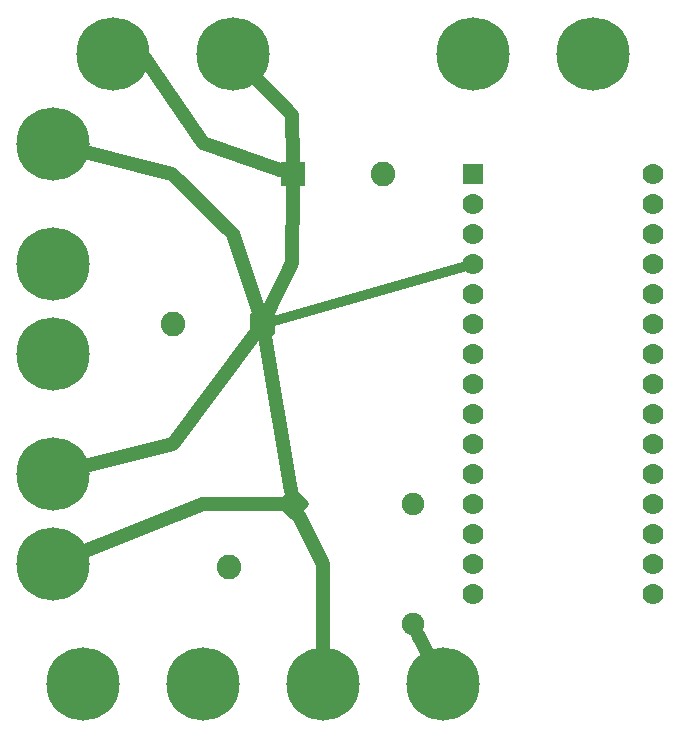
<source format=gtl>
G04 MADE WITH FRITZING*
G04 WWW.FRITZING.ORG*
G04 DOUBLE SIDED*
G04 HOLES PLATED*
G04 CONTOUR ON CENTER OF CONTOUR VECTOR*
%ASAXBY*%
%FSLAX23Y23*%
%MOIN*%
%OFA0B0*%
%SFA1.0B1.0*%
%ADD10C,0.070000*%
%ADD11C,0.082000*%
%ADD12C,0.075000*%
%ADD13C,0.244000*%
%ADD14R,0.069972X0.070000*%
%ADD15R,0.082000X0.082000*%
%ADD16C,0.048000*%
%ADD17C,0.032000*%
%ADD18C,0.020000*%
%LNCOPPER1*%
G90*
G70*
G54D10*
X1689Y1984D03*
X1689Y1884D03*
X1689Y1784D03*
X1689Y1684D03*
X1689Y1584D03*
X1689Y1484D03*
X1689Y1384D03*
X1689Y1284D03*
X1689Y1184D03*
X1689Y1084D03*
X1689Y984D03*
X1689Y884D03*
X1689Y784D03*
X1689Y684D03*
X1689Y584D03*
X2289Y1984D03*
X2289Y1884D03*
X2289Y1784D03*
X2289Y1684D03*
X2289Y1584D03*
X2289Y1484D03*
X2289Y1384D03*
X2289Y1284D03*
X2289Y1184D03*
X2289Y1084D03*
X2289Y984D03*
X2289Y884D03*
X2289Y784D03*
X2289Y684D03*
X2289Y584D03*
G54D11*
X1089Y884D03*
X877Y672D03*
G54D12*
X1489Y484D03*
X1489Y884D03*
G54D13*
X289Y684D03*
X289Y684D03*
X389Y284D03*
X389Y284D03*
X1589Y284D03*
X1589Y284D03*
X289Y984D03*
X289Y984D03*
X289Y1684D03*
X289Y1684D03*
X289Y2084D03*
X289Y2084D03*
X1689Y2384D03*
X1689Y2384D03*
X889Y2384D03*
X889Y2384D03*
X289Y1384D03*
X289Y1384D03*
X489Y2384D03*
X489Y2384D03*
X2089Y2384D03*
X2089Y2384D03*
X789Y284D03*
X789Y284D03*
X1189Y284D03*
X1189Y284D03*
G54D11*
X1089Y1984D03*
X1389Y1984D03*
X989Y1484D03*
X689Y1484D03*
G54D14*
X1689Y1984D03*
G54D15*
X1089Y1984D03*
G54D16*
X1546Y371D02*
X1507Y448D01*
D02*
X789Y884D02*
X1046Y884D01*
D02*
X380Y720D02*
X789Y884D01*
D02*
X1082Y926D02*
X996Y1441D01*
D02*
X1088Y1686D02*
X1008Y1523D01*
D02*
X1089Y1941D02*
X1088Y1686D01*
D02*
X587Y2384D02*
X790Y2086D01*
D02*
X790Y2086D02*
X1048Y1998D01*
D02*
X587Y2384D02*
X587Y2384D01*
D02*
X1189Y685D02*
X1189Y381D01*
D02*
X1109Y845D02*
X1189Y685D01*
D02*
X1088Y2181D02*
X957Y2314D01*
D02*
X1089Y2027D02*
X1088Y2181D01*
D02*
X891Y1782D02*
X976Y1525D01*
D02*
X688Y1984D02*
X891Y1782D01*
D02*
X384Y2060D02*
X688Y1984D01*
D02*
X689Y1084D02*
X384Y1007D01*
D02*
X963Y1449D02*
X689Y1084D01*
G54D17*
D02*
X1026Y1494D02*
X1656Y1674D01*
G54D18*
X1089Y840D02*
X1045Y884D01*
X1089Y928D01*
X1133Y884D01*
X1089Y840D01*
D02*
X958Y1453D02*
X958Y1515D01*
X1020Y1515D01*
X1020Y1453D01*
X958Y1453D01*
D02*
G04 End of Copper1*
M02*
</source>
